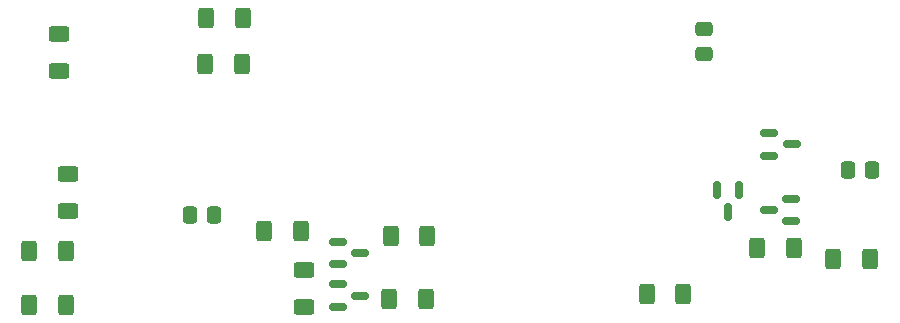
<source format=gbr>
%TF.GenerationSoftware,KiCad,Pcbnew,7.0.9*%
%TF.CreationDate,2023-11-26T22:18:51+01:00*%
%TF.ProjectId,Wzmacniacz_PW3017_modyfikacja,577a6d61-636e-4696-9163-7a5f50573330,rev?*%
%TF.SameCoordinates,Original*%
%TF.FileFunction,Paste,Bot*%
%TF.FilePolarity,Positive*%
%FSLAX46Y46*%
G04 Gerber Fmt 4.6, Leading zero omitted, Abs format (unit mm)*
G04 Created by KiCad (PCBNEW 7.0.9) date 2023-11-26 22:18:51*
%MOMM*%
%LPD*%
G01*
G04 APERTURE LIST*
G04 Aperture macros list*
%AMRoundRect*
0 Rectangle with rounded corners*
0 $1 Rounding radius*
0 $2 $3 $4 $5 $6 $7 $8 $9 X,Y pos of 4 corners*
0 Add a 4 corners polygon primitive as box body*
4,1,4,$2,$3,$4,$5,$6,$7,$8,$9,$2,$3,0*
0 Add four circle primitives for the rounded corners*
1,1,$1+$1,$2,$3*
1,1,$1+$1,$4,$5*
1,1,$1+$1,$6,$7*
1,1,$1+$1,$8,$9*
0 Add four rect primitives between the rounded corners*
20,1,$1+$1,$2,$3,$4,$5,0*
20,1,$1+$1,$4,$5,$6,$7,0*
20,1,$1+$1,$6,$7,$8,$9,0*
20,1,$1+$1,$8,$9,$2,$3,0*%
G04 Aperture macros list end*
%ADD10RoundRect,0.250000X-0.400000X-0.625000X0.400000X-0.625000X0.400000X0.625000X-0.400000X0.625000X0*%
%ADD11RoundRect,0.250000X-0.625000X0.400000X-0.625000X-0.400000X0.625000X-0.400000X0.625000X0.400000X0*%
%ADD12RoundRect,0.250000X-0.475000X0.337500X-0.475000X-0.337500X0.475000X-0.337500X0.475000X0.337500X0*%
%ADD13RoundRect,0.250000X0.400000X0.625000X-0.400000X0.625000X-0.400000X-0.625000X0.400000X-0.625000X0*%
%ADD14RoundRect,0.150000X-0.150000X0.587500X-0.150000X-0.587500X0.150000X-0.587500X0.150000X0.587500X0*%
%ADD15RoundRect,0.150000X-0.587500X-0.150000X0.587500X-0.150000X0.587500X0.150000X-0.587500X0.150000X0*%
%ADD16RoundRect,0.250000X0.625000X-0.400000X0.625000X0.400000X-0.625000X0.400000X-0.625000X-0.400000X0*%
%ADD17RoundRect,0.250000X0.337500X0.475000X-0.337500X0.475000X-0.337500X-0.475000X0.337500X-0.475000X0*%
%ADD18RoundRect,0.150000X0.587500X0.150000X-0.587500X0.150000X-0.587500X-0.150000X0.587500X-0.150000X0*%
%ADD19RoundRect,0.250000X-0.337500X-0.475000X0.337500X-0.475000X0.337500X0.475000X-0.337500X0.475000X0*%
G04 APERTURE END LIST*
D10*
%TO.C,R13*%
X165450000Y-111300000D03*
X168550000Y-111300000D03*
%TD*%
D11*
%TO.C,R2*%
X158100000Y-114150000D03*
X158100000Y-117250000D03*
%TD*%
D12*
%TO.C,C22*%
X192000000Y-93762500D03*
X192000000Y-95837500D03*
%TD*%
D13*
%TO.C,R16*%
X152950000Y-92800000D03*
X149850000Y-92800000D03*
%TD*%
D14*
%TO.C,Q5*%
X193050000Y-107325000D03*
X194950000Y-107325000D03*
X194000000Y-109200000D03*
%TD*%
D10*
%TO.C,R15*%
X196500000Y-112300000D03*
X199600000Y-112300000D03*
%TD*%
D15*
%TO.C,Q2*%
X161025000Y-117250000D03*
X161025000Y-115350000D03*
X162900000Y-116300000D03*
%TD*%
D13*
%TO.C,R4*%
X137950000Y-112500000D03*
X134850000Y-112500000D03*
%TD*%
%TO.C,R3*%
X137950000Y-117100000D03*
X134850000Y-117100000D03*
%TD*%
D10*
%TO.C,R9*%
X165350000Y-116600000D03*
X168450000Y-116600000D03*
%TD*%
%TO.C,R1*%
X154750000Y-110800000D03*
X157850000Y-110800000D03*
%TD*%
D16*
%TO.C,R21*%
X137400000Y-97250000D03*
X137400000Y-94150000D03*
%TD*%
D10*
%TO.C,R11*%
X202950000Y-113200000D03*
X206050000Y-113200000D03*
%TD*%
D11*
%TO.C,R5*%
X138100000Y-106050000D03*
X138100000Y-109150000D03*
%TD*%
D15*
%TO.C,Q1*%
X161025000Y-113650000D03*
X161025000Y-111750000D03*
X162900000Y-112700000D03*
%TD*%
D17*
%TO.C,C1*%
X150537500Y-109500000D03*
X148462500Y-109500000D03*
%TD*%
D15*
%TO.C,Q7*%
X197525000Y-104450000D03*
X197525000Y-102550000D03*
X199400000Y-103500000D03*
%TD*%
D13*
%TO.C,R8*%
X152850000Y-96700000D03*
X149750000Y-96700000D03*
%TD*%
D10*
%TO.C,R7*%
X187150000Y-116200000D03*
X190250000Y-116200000D03*
%TD*%
D18*
%TO.C,Q9*%
X199337500Y-108100000D03*
X199337500Y-110000000D03*
X197462500Y-109050000D03*
%TD*%
D19*
%TO.C,C9*%
X204162500Y-105700000D03*
X206237500Y-105700000D03*
%TD*%
M02*

</source>
